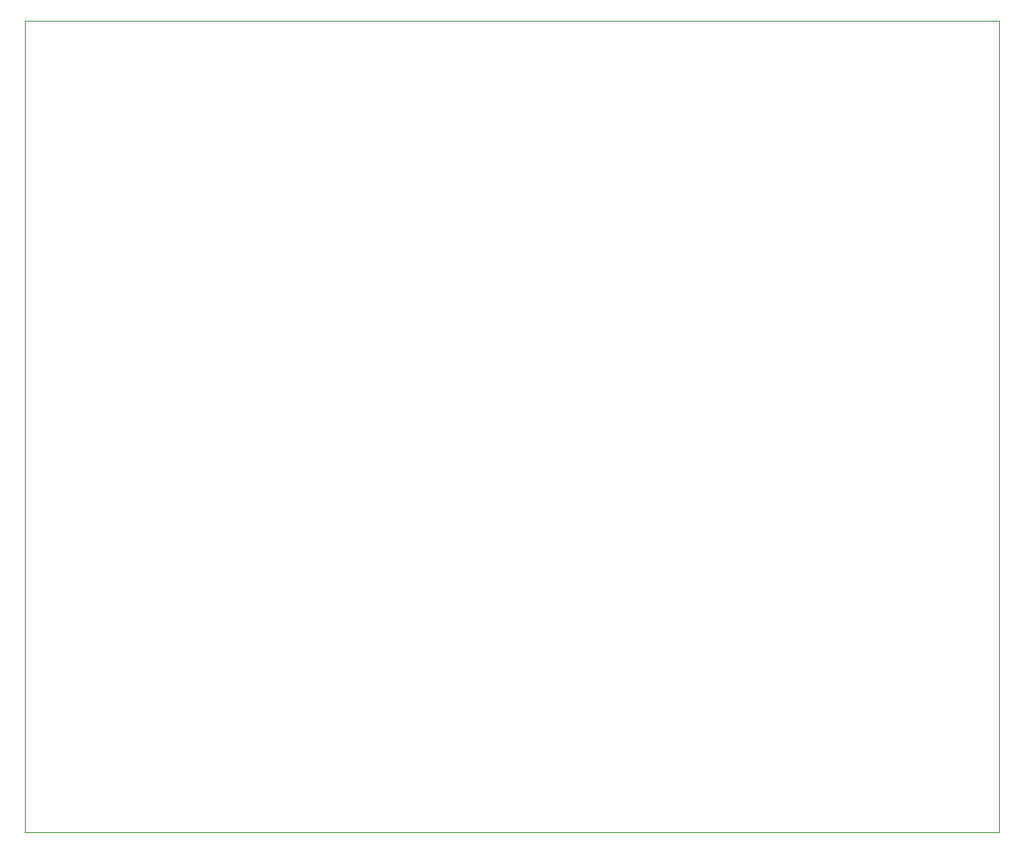
<source format=gbr>
%TF.GenerationSoftware,KiCad,Pcbnew,7.0.10*%
%TF.CreationDate,2024-07-18T14:31:58-06:00*%
%TF.ProjectId,Pressure-Controlled-Power-Outlet-control-PCB,50726573-7375-4726-952d-436f6e74726f,rev?*%
%TF.SameCoordinates,Original*%
%TF.FileFunction,Profile,NP*%
%FSLAX46Y46*%
G04 Gerber Fmt 4.6, Leading zero omitted, Abs format (unit mm)*
G04 Created by KiCad (PCBNEW 7.0.10) date 2024-07-18 14:31:58*
%MOMM*%
%LPD*%
G01*
G04 APERTURE LIST*
%TA.AperFunction,Profile*%
%ADD10C,0.100000*%
%TD*%
G04 APERTURE END LIST*
D10*
X86360000Y-66040000D02*
X185420000Y-66040000D01*
X185420000Y-148590000D01*
X86360000Y-148590000D01*
X86360000Y-66040000D01*
M02*

</source>
